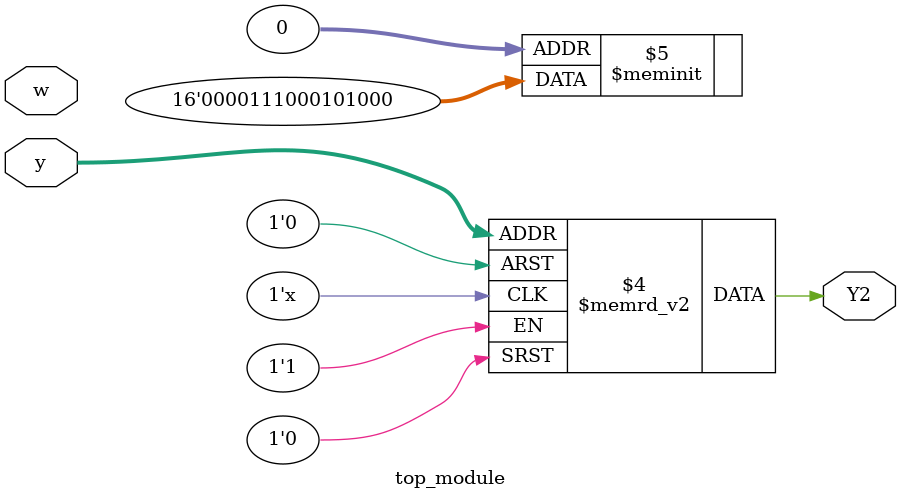
<source format=sv>
module top_module(
  input [3:0] y,
  input w,
  output reg Y2
);

  always_comb begin
    case(y)
      4'h0: Y2 = 1'b0;
      4'h1: Y2 = 1'b0;
      4'h2: Y2 = 1'b0;
      4'h3: Y2 = 1'b1;
      4'h4: Y2 = 1'b0;
      4'h5: Y2 = 1'b1;
      4'h6: Y2 = 1'b0;
      4'h7: Y2 = 1'b0;
      4'h8: Y2 = 1'b0;
      4'h9: Y2 = 1'b1;
      4'ha: Y2 = 1'b1;
      4'hb: Y2 = 1'b1;
      default: Y2 = 1'b0;
    endcase
  end

endmodule

</source>
